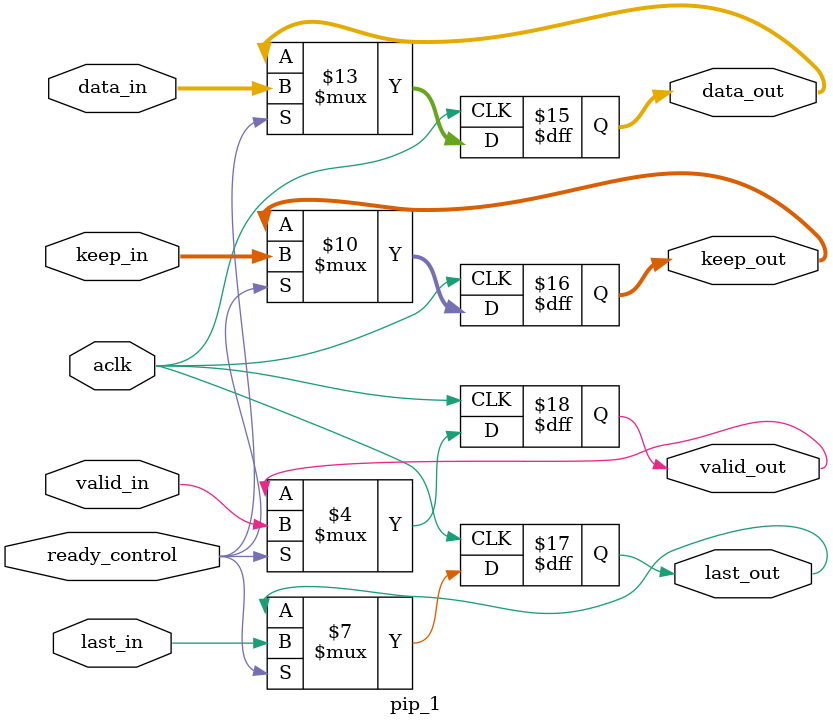
<source format=v>
`timescale 1ns / 1ps

module decomp_top(
    input                aclk,
    input                aresetn,
    
    input      [255:0]    tdata_fifo,
    input      [31:0]     tkeep_fifo,
    input                 tvalid_fifo,
    input                 tlast_fifo,
    output      reg       tready_fifo,
    
    
    output   reg  [255:0]    tdata_dma,
    output   reg  [31:0]     tkeep_dma,
    output   reg             tvalid_dma,
    output   reg             tlast_dma,
    input                 tready_dma

    );
    
    
    wire [255:0]    tdata_dma1;
    wire [31:0]     tkeep_dma1;
    wire            tvalid_dma1;
    wire            tlast_dma1;
    
    wire [255:0]    tdata_dma2;
    wire [31:0]     tkeep_dma2;
    wire            tvalid_dma2;
    wire            tlast_dma2;
    
    wire            need_decomp_reg; 
    
    wire tready_fifo1;
    
    pip_1 pip_inst(
        .aclk(aclk),
        
        .data_in(tdata_fifo),
        .keep_in(tkeep_fifo),
        .last_in(tlast_fifo),
        .valid_in(tvalid_fifo),
        
        .ready_control(tready_dma),
        
        .data_out(tdata_dma2),
        .keep_out(tkeep_dma2),
        .last_out(tlast_dma2),
        .valid_out(tvalid_dma2)
    );  
    
    always@(*)begin
        if(need_decomp_reg == 0)begin
            tdata_dma <= tdata_dma2;
            tkeep_dma <= tkeep_dma2;
            tvalid_dma <= tvalid_dma2;
            tlast_dma <= tlast_dma2;
            tready_fifo <= tready_dma;
        end
        else begin
            tdata_dma <= tdata_dma1;
            tkeep_dma <= tkeep_dma1;
            tvalid_dma <= tvalid_dma1;
            tlast_dma <= tlast_dma1;
            tready_fifo <= tready_fifo1; 
        end
    end       
  
    
    frontend_top ft_inst(
        .aclk(aclk),
        .aresetn(aresetn),
        
        .axis_tdata(tdata_fifo),
        .axis_tkeep(tkeep_fifo),
        .axis_tvalid(tvalid_fifo),
        .axis_tlast(tlast_fifo),
        .axis_tready1(tready_fifo1),
        
        .dma_tdata(tdata_dma1),
        .dma_tkeep(tkeep_dma1),
        .dma_tvalid(tvalid_dma1),
        .dma_tlast(tlast_dma1),
        .dma_tready(tready_dma),       

        .need_decomp_reg(need_decomp_reg)
    );
    
endmodule

module pip_1(
    input aclk,
    
    input [255:0] data_in,
    input [31:0] keep_in,
    input last_in,
    input valid_in,
    
    input ready_control,
    
    output reg [255:0] data_out,
    output reg [31:0] keep_out,
    output reg last_out,
    output reg valid_out
);

always@(posedge aclk)begin
    if(ready_control == 1)begin
        data_out <= data_in;
        keep_out <= keep_in;
        last_out <= last_in;
        valid_out <= valid_in;
    end
    else begin
        data_out <= data_out;
        keep_out <= keep_out;
        last_out <= last_out;
        valid_out <= valid_out;
    end
end

endmodule

</source>
